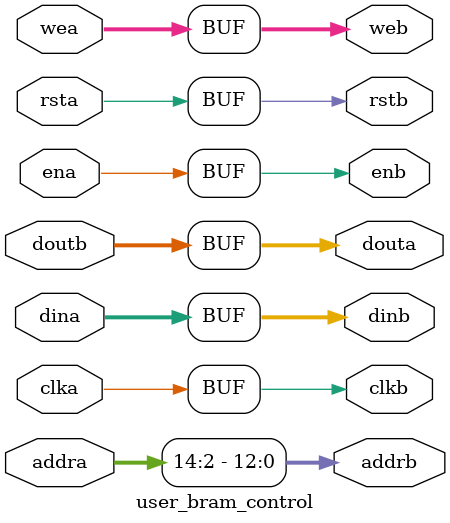
<source format=v>
`timescale 1ns / 1ps

module user_bram_control(

    (* X_INTERFACE_INFO = "xilinx.com:interface:bram:1.0 BRAM_PORTA ADDR" *)
    input [14:0]addra,
    (* X_INTERFACE_INFO = "xilinx.com:interface:bram:1.0 BRAM_PORTA CLK" *)
    input clka,
    (* X_INTERFACE_INFO = "xilinx.com:interface:bram:1.0 BRAM_PORTA DIN" *)
    input [31:0]dina,
    (* X_INTERFACE_INFO = "xilinx.com:interface:bram:1.0 BRAM_PORTA DOUT" *)
    output [31:0]douta,
    (* X_INTERFACE_INFO = "xilinx.com:interface:bram:1.0 BRAM_PORTA EN" *)
    input ena,
    (* X_INTERFACE_INFO = "xilinx.com:interface:bram:1.0 BRAM_PORTA RST" *)
    input rsta,
    (* X_INTERFACE_INFO = "xilinx.com:interface:bram:1.0 BRAM_PORTA WE" *)
    input [3:0]wea,
    
    (* X_INTERFACE_INFO = "xilinx.com:interface:bram:1.0 BRAM_PORTB ADDR" *)
    output [12:0]addrb,
    (* X_INTERFACE_INFO = "xilinx.com:interface:bram:1.0 BRAM_PORTB CLK" *)
    output clkb,
    (* X_INTERFACE_INFO = "xilinx.com:interface:bram:1.0 BRAM_PORTB DIN" *)
    output [31:0]dinb,
    (* X_INTERFACE_INFO = "xilinx.com:interface:bram:1.0 BRAM_PORTB DOUT" *)
    input [31:0]doutb,
    (* X_INTERFACE_INFO = "xilinx.com:interface:bram:1.0 BRAM_PORTB EN" *)
    output enb,
    (* X_INTERFACE_INFO = "xilinx.com:interface:bram:1.0 BRAM_PORTB RST" *)
    output rstb,
    (* X_INTERFACE_INFO = "xilinx.com:interface:bram:1.0 BRAM_PORTB WE" *)
    output [3:0]web
    
);

    assign addrb = addra[14:2];
    assign clkb = clka;
    assign dinb = dina;
    assign doutb = douta;
    assign enb = ena;
    assign rstb = rsta;
    assign web = wea;

endmodule

</source>
